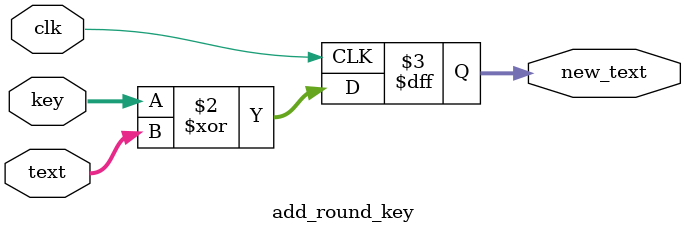
<source format=v>
module add_round_key (
		input [127:0] text,
		input [127:0] key,
		input clk,
		output reg [127:0] new_text);

always @(posedge clk) begin
new_text<= key ^ text;
end
endmodule 

</source>
